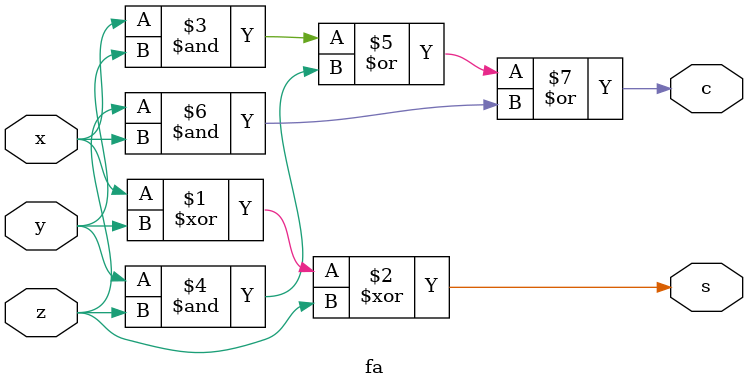
<source format=v>
module fa(x,y,z,c,s);
input x,y,z;
output c,s;
assign s=x^y^z;
assign c = (x&y) | (y&z) | (z&x);
endmodule
</source>
